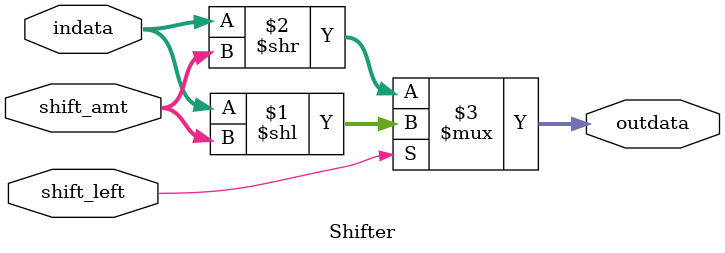
<source format=v>
module Shifter(
	indata,
	shift_amt,
	shift_left,
	outdata
    );

input [31:0] indata;
input [1:0] shift_amt;
input shift_left;
output wire [31:0] outdata;

/* Used for BEQ instruction; if true, branch to the instruction
*  with the address equal to the next instruction address + 16 bit offset shifted left by 2 bits
*
* If BEQ is false, continue to next instruction in PC 
*/

assign outdata = shift_left ? indata<<shift_amt : indata>>shift_amt;

endmodule
</source>
